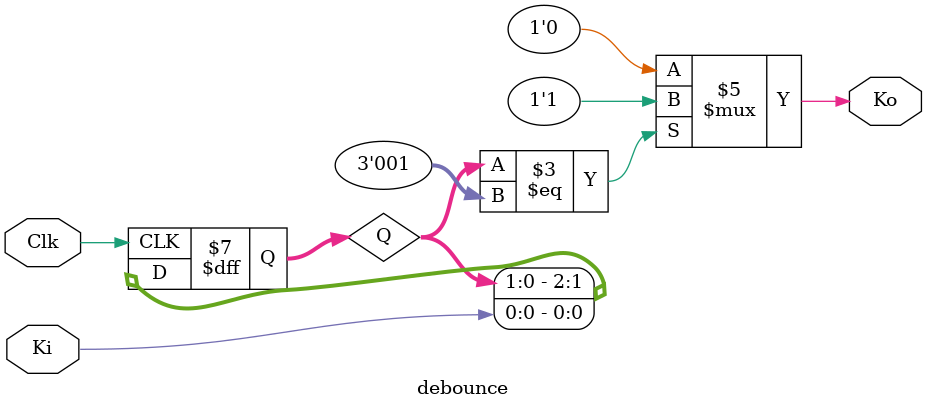
<source format=v>

module debounce (Clk,Ki,Ko);
input  Clk,Ki;		// ¤@¦ì¤¸¿é¤J
output Ko;		// ¤@¦ì¤¸¿é¥X
reg    Ko;		// «Å§i¬°¼È¦s¾¹¸ê®Æ
reg    [2:0] Q;		// «Å§i¬°¼È¦s¾¹¸ê®Æ

// ³sÄò¨ú¼Ë¤T¦¸
always@ (posedge Clk)
  begin
    Q[2] = Q[1]; 
    Q[1] = Q[0];
    Q[0] = Ki;
  end

// ²£¥Í¥h¼u¸õ«H¸¹
always@ (Q)
  if (Q == 3'b001)	// «e½t
    Ko = 1;
  else
    Ko = 0;

endmodule

</source>
